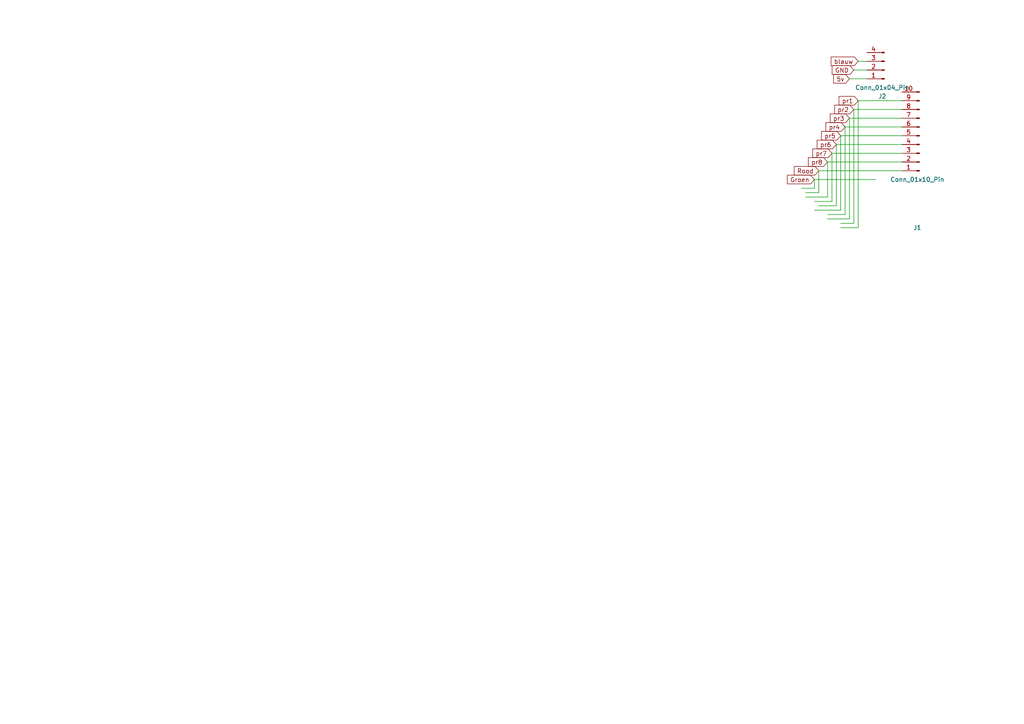
<source format=kicad_sch>
(kicad_sch
	(version 20231120)
	(generator "eeschema")
	(generator_version "8.0")
	(uuid "ebdfeadc-0cb5-437f-902a-83bcc6a66eb3")
	(paper "A4")
	(lib_symbols
		(symbol "Connector:Conn_01x04_Pin"
			(pin_names
				(offset 1.016) hide)
			(exclude_from_sim no)
			(in_bom yes)
			(on_board yes)
			(property "Reference" "J"
				(at 0 5.08 0)
				(effects
					(font
						(size 1.27 1.27)
					)
				)
			)
			(property "Value" "Conn_01x04_Pin"
				(at 0 -7.62 0)
				(effects
					(font
						(size 1.27 1.27)
					)
				)
			)
			(property "Footprint" ""
				(at 0 0 0)
				(effects
					(font
						(size 1.27 1.27)
					)
					(hide yes)
				)
			)
			(property "Datasheet" "~"
				(at 0 0 0)
				(effects
					(font
						(size 1.27 1.27)
					)
					(hide yes)
				)
			)
			(property "Description" "Generic connector, single row, 01x04, script generated"
				(at 0 0 0)
				(effects
					(font
						(size 1.27 1.27)
					)
					(hide yes)
				)
			)
			(property "ki_locked" ""
				(at 0 0 0)
				(effects
					(font
						(size 1.27 1.27)
					)
				)
			)
			(property "ki_keywords" "connector"
				(at 0 0 0)
				(effects
					(font
						(size 1.27 1.27)
					)
					(hide yes)
				)
			)
			(property "ki_fp_filters" "Connector*:*_1x??_*"
				(at 0 0 0)
				(effects
					(font
						(size 1.27 1.27)
					)
					(hide yes)
				)
			)
			(symbol "Conn_01x04_Pin_1_1"
				(polyline
					(pts
						(xy 1.27 -5.08) (xy 0.8636 -5.08)
					)
					(stroke
						(width 0.1524)
						(type default)
					)
					(fill
						(type none)
					)
				)
				(polyline
					(pts
						(xy 1.27 -2.54) (xy 0.8636 -2.54)
					)
					(stroke
						(width 0.1524)
						(type default)
					)
					(fill
						(type none)
					)
				)
				(polyline
					(pts
						(xy 1.27 0) (xy 0.8636 0)
					)
					(stroke
						(width 0.1524)
						(type default)
					)
					(fill
						(type none)
					)
				)
				(polyline
					(pts
						(xy 1.27 2.54) (xy 0.8636 2.54)
					)
					(stroke
						(width 0.1524)
						(type default)
					)
					(fill
						(type none)
					)
				)
				(rectangle
					(start 0.8636 -4.953)
					(end 0 -5.207)
					(stroke
						(width 0.1524)
						(type default)
					)
					(fill
						(type outline)
					)
				)
				(rectangle
					(start 0.8636 -2.413)
					(end 0 -2.667)
					(stroke
						(width 0.1524)
						(type default)
					)
					(fill
						(type outline)
					)
				)
				(rectangle
					(start 0.8636 0.127)
					(end 0 -0.127)
					(stroke
						(width 0.1524)
						(type default)
					)
					(fill
						(type outline)
					)
				)
				(rectangle
					(start 0.8636 2.667)
					(end 0 2.413)
					(stroke
						(width 0.1524)
						(type default)
					)
					(fill
						(type outline)
					)
				)
				(pin passive line
					(at 5.08 2.54 180)
					(length 3.81)
					(name "Pin_1"
						(effects
							(font
								(size 1.27 1.27)
							)
						)
					)
					(number "1"
						(effects
							(font
								(size 1.27 1.27)
							)
						)
					)
				)
				(pin passive line
					(at 5.08 0 180)
					(length 3.81)
					(name "Pin_2"
						(effects
							(font
								(size 1.27 1.27)
							)
						)
					)
					(number "2"
						(effects
							(font
								(size 1.27 1.27)
							)
						)
					)
				)
				(pin passive line
					(at 5.08 -2.54 180)
					(length 3.81)
					(name "Pin_3"
						(effects
							(font
								(size 1.27 1.27)
							)
						)
					)
					(number "3"
						(effects
							(font
								(size 1.27 1.27)
							)
						)
					)
				)
				(pin passive line
					(at 5.08 -5.08 180)
					(length 3.81)
					(name "Pin_4"
						(effects
							(font
								(size 1.27 1.27)
							)
						)
					)
					(number "4"
						(effects
							(font
								(size 1.27 1.27)
							)
						)
					)
				)
			)
		)
		(symbol "Connector:Conn_01x10_Pin"
			(pin_names
				(offset 1.016) hide)
			(exclude_from_sim no)
			(in_bom yes)
			(on_board yes)
			(property "Reference" "J"
				(at 0 12.7 0)
				(effects
					(font
						(size 1.27 1.27)
					)
				)
			)
			(property "Value" "Conn_01x10_Pin"
				(at 0 -15.24 0)
				(effects
					(font
						(size 1.27 1.27)
					)
				)
			)
			(property "Footprint" ""
				(at 0 0 0)
				(effects
					(font
						(size 1.27 1.27)
					)
					(hide yes)
				)
			)
			(property "Datasheet" "~"
				(at 0 0 0)
				(effects
					(font
						(size 1.27 1.27)
					)
					(hide yes)
				)
			)
			(property "Description" "Generic connector, single row, 01x10, script generated"
				(at 0 0 0)
				(effects
					(font
						(size 1.27 1.27)
					)
					(hide yes)
				)
			)
			(property "ki_locked" ""
				(at 0 0 0)
				(effects
					(font
						(size 1.27 1.27)
					)
				)
			)
			(property "ki_keywords" "connector"
				(at 0 0 0)
				(effects
					(font
						(size 1.27 1.27)
					)
					(hide yes)
				)
			)
			(property "ki_fp_filters" "Connector*:*_1x??_*"
				(at 0 0 0)
				(effects
					(font
						(size 1.27 1.27)
					)
					(hide yes)
				)
			)
			(symbol "Conn_01x10_Pin_1_1"
				(polyline
					(pts
						(xy 1.27 -12.7) (xy 0.8636 -12.7)
					)
					(stroke
						(width 0.1524)
						(type default)
					)
					(fill
						(type none)
					)
				)
				(polyline
					(pts
						(xy 1.27 -10.16) (xy 0.8636 -10.16)
					)
					(stroke
						(width 0.1524)
						(type default)
					)
					(fill
						(type none)
					)
				)
				(polyline
					(pts
						(xy 1.27 -7.62) (xy 0.8636 -7.62)
					)
					(stroke
						(width 0.1524)
						(type default)
					)
					(fill
						(type none)
					)
				)
				(polyline
					(pts
						(xy 1.27 -5.08) (xy 0.8636 -5.08)
					)
					(stroke
						(width 0.1524)
						(type default)
					)
					(fill
						(type none)
					)
				)
				(polyline
					(pts
						(xy 1.27 -2.54) (xy 0.8636 -2.54)
					)
					(stroke
						(width 0.1524)
						(type default)
					)
					(fill
						(type none)
					)
				)
				(polyline
					(pts
						(xy 1.27 0) (xy 0.8636 0)
					)
					(stroke
						(width 0.1524)
						(type default)
					)
					(fill
						(type none)
					)
				)
				(polyline
					(pts
						(xy 1.27 2.54) (xy 0.8636 2.54)
					)
					(stroke
						(width 0.1524)
						(type default)
					)
					(fill
						(type none)
					)
				)
				(polyline
					(pts
						(xy 1.27 5.08) (xy 0.8636 5.08)
					)
					(stroke
						(width 0.1524)
						(type default)
					)
					(fill
						(type none)
					)
				)
				(polyline
					(pts
						(xy 1.27 7.62) (xy 0.8636 7.62)
					)
					(stroke
						(width 0.1524)
						(type default)
					)
					(fill
						(type none)
					)
				)
				(polyline
					(pts
						(xy 1.27 10.16) (xy 0.8636 10.16)
					)
					(stroke
						(width 0.1524)
						(type default)
					)
					(fill
						(type none)
					)
				)
				(rectangle
					(start 0.8636 -12.573)
					(end 0 -12.827)
					(stroke
						(width 0.1524)
						(type default)
					)
					(fill
						(type outline)
					)
				)
				(rectangle
					(start 0.8636 -10.033)
					(end 0 -10.287)
					(stroke
						(width 0.1524)
						(type default)
					)
					(fill
						(type outline)
					)
				)
				(rectangle
					(start 0.8636 -7.493)
					(end 0 -7.747)
					(stroke
						(width 0.1524)
						(type default)
					)
					(fill
						(type outline)
					)
				)
				(rectangle
					(start 0.8636 -4.953)
					(end 0 -5.207)
					(stroke
						(width 0.1524)
						(type default)
					)
					(fill
						(type outline)
					)
				)
				(rectangle
					(start 0.8636 -2.413)
					(end 0 -2.667)
					(stroke
						(width 0.1524)
						(type default)
					)
					(fill
						(type outline)
					)
				)
				(rectangle
					(start 0.8636 0.127)
					(end 0 -0.127)
					(stroke
						(width 0.1524)
						(type default)
					)
					(fill
						(type outline)
					)
				)
				(rectangle
					(start 0.8636 2.667)
					(end 0 2.413)
					(stroke
						(width 0.1524)
						(type default)
					)
					(fill
						(type outline)
					)
				)
				(rectangle
					(start 0.8636 5.207)
					(end 0 4.953)
					(stroke
						(width 0.1524)
						(type default)
					)
					(fill
						(type outline)
					)
				)
				(rectangle
					(start 0.8636 7.747)
					(end 0 7.493)
					(stroke
						(width 0.1524)
						(type default)
					)
					(fill
						(type outline)
					)
				)
				(rectangle
					(start 0.8636 10.287)
					(end 0 10.033)
					(stroke
						(width 0.1524)
						(type default)
					)
					(fill
						(type outline)
					)
				)
				(pin passive line
					(at 5.08 10.16 180)
					(length 3.81)
					(name "Pin_1"
						(effects
							(font
								(size 1.27 1.27)
							)
						)
					)
					(number "1"
						(effects
							(font
								(size 1.27 1.27)
							)
						)
					)
				)
				(pin passive line
					(at 5.08 -12.7 180)
					(length 3.81)
					(name "Pin_10"
						(effects
							(font
								(size 1.27 1.27)
							)
						)
					)
					(number "10"
						(effects
							(font
								(size 1.27 1.27)
							)
						)
					)
				)
				(pin passive line
					(at 5.08 7.62 180)
					(length 3.81)
					(name "Pin_2"
						(effects
							(font
								(size 1.27 1.27)
							)
						)
					)
					(number "2"
						(effects
							(font
								(size 1.27 1.27)
							)
						)
					)
				)
				(pin passive line
					(at 5.08 5.08 180)
					(length 3.81)
					(name "Pin_3"
						(effects
							(font
								(size 1.27 1.27)
							)
						)
					)
					(number "3"
						(effects
							(font
								(size 1.27 1.27)
							)
						)
					)
				)
				(pin passive line
					(at 5.08 2.54 180)
					(length 3.81)
					(name "Pin_4"
						(effects
							(font
								(size 1.27 1.27)
							)
						)
					)
					(number "4"
						(effects
							(font
								(size 1.27 1.27)
							)
						)
					)
				)
				(pin passive line
					(at 5.08 0 180)
					(length 3.81)
					(name "Pin_5"
						(effects
							(font
								(size 1.27 1.27)
							)
						)
					)
					(number "5"
						(effects
							(font
								(size 1.27 1.27)
							)
						)
					)
				)
				(pin passive line
					(at 5.08 -2.54 180)
					(length 3.81)
					(name "Pin_6"
						(effects
							(font
								(size 1.27 1.27)
							)
						)
					)
					(number "6"
						(effects
							(font
								(size 1.27 1.27)
							)
						)
					)
				)
				(pin passive line
					(at 5.08 -5.08 180)
					(length 3.81)
					(name "Pin_7"
						(effects
							(font
								(size 1.27 1.27)
							)
						)
					)
					(number "7"
						(effects
							(font
								(size 1.27 1.27)
							)
						)
					)
				)
				(pin passive line
					(at 5.08 -7.62 180)
					(length 3.81)
					(name "Pin_8"
						(effects
							(font
								(size 1.27 1.27)
							)
						)
					)
					(number "8"
						(effects
							(font
								(size 1.27 1.27)
							)
						)
					)
				)
				(pin passive line
					(at 5.08 -10.16 180)
					(length 3.81)
					(name "Pin_9"
						(effects
							(font
								(size 1.27 1.27)
							)
						)
					)
					(number "9"
						(effects
							(font
								(size 1.27 1.27)
							)
						)
					)
				)
			)
		)
	)
	(wire
		(pts
			(xy 243.84 66.04) (xy 248.92 66.04)
		)
		(stroke
			(width 0)
			(type default)
		)
		(uuid "01773f3a-b11e-4cbd-88e9-40d458a2df27")
	)
	(wire
		(pts
			(xy 237.49 49.53) (xy 237.49 55.88)
		)
		(stroke
			(width 0)
			(type default)
		)
		(uuid "05b97568-420c-4d31-a8cc-65075cb87fb8")
	)
	(wire
		(pts
			(xy 243.84 39.37) (xy 261.62 39.37)
		)
		(stroke
			(width 0)
			(type default)
		)
		(uuid "1fdbe7e7-3177-4821-bbed-7e257cffd0f3")
	)
	(wire
		(pts
			(xy 243.84 39.37) (xy 243.84 60.96)
		)
		(stroke
			(width 0)
			(type default)
		)
		(uuid "203f7f97-a770-4ede-a81c-08fd31513164")
	)
	(wire
		(pts
			(xy 240.03 46.99) (xy 261.62 46.99)
		)
		(stroke
			(width 0)
			(type default)
		)
		(uuid "23b2c7d9-2be7-40c8-a08b-807aafa2392a")
	)
	(wire
		(pts
			(xy 240.03 63.5) (xy 246.38 63.5)
		)
		(stroke
			(width 0)
			(type default)
		)
		(uuid "2c77f2c0-5b44-4943-8045-dc6bb7071bbd")
	)
	(wire
		(pts
			(xy 242.57 41.91) (xy 242.57 59.69)
		)
		(stroke
			(width 0)
			(type default)
		)
		(uuid "331de6a6-690e-4e10-a89f-df9aced296b4")
	)
	(wire
		(pts
			(xy 246.38 22.86) (xy 251.46 22.86)
		)
		(stroke
			(width 0)
			(type default)
		)
		(uuid "3b47f9ec-cdce-4fe2-8412-0e287e6e769f")
	)
	(wire
		(pts
			(xy 240.03 46.99) (xy 240.03 57.15)
		)
		(stroke
			(width 0)
			(type default)
		)
		(uuid "3f80ad29-89f9-47c0-b4c5-4b20e8b636b3")
	)
	(wire
		(pts
			(xy 232.41 54.61) (xy 236.22 54.61)
		)
		(stroke
			(width 0)
			(type default)
		)
		(uuid "49e75be2-b49c-4ab0-b5e5-67b63a89ca19")
	)
	(wire
		(pts
			(xy 248.92 29.21) (xy 248.92 66.04)
		)
		(stroke
			(width 0)
			(type default)
		)
		(uuid "4d741f5a-657f-4ad0-a15c-7086cd63a6f0")
	)
	(wire
		(pts
			(xy 245.11 36.83) (xy 245.11 62.23)
		)
		(stroke
			(width 0)
			(type default)
		)
		(uuid "5966f2d8-17ee-462f-a8f1-1a38d7946b8a")
	)
	(wire
		(pts
			(xy 233.68 57.15) (xy 240.03 57.15)
		)
		(stroke
			(width 0)
			(type default)
		)
		(uuid "5a185fd3-a917-4c9b-bbd2-67f770933431")
	)
	(wire
		(pts
			(xy 243.84 64.77) (xy 247.65 64.77)
		)
		(stroke
			(width 0)
			(type default)
		)
		(uuid "5e83d8fe-483e-45f3-aa64-d8c4ef528001")
	)
	(wire
		(pts
			(xy 247.65 20.32) (xy 251.46 20.32)
		)
		(stroke
			(width 0)
			(type default)
		)
		(uuid "5f2b8234-5169-4b45-8c56-8fd33e62d245")
	)
	(wire
		(pts
			(xy 236.22 52.07) (xy 236.22 54.61)
		)
		(stroke
			(width 0)
			(type default)
		)
		(uuid "69db91b0-214c-4b14-a279-025a63501e5a")
	)
	(wire
		(pts
			(xy 246.38 34.29) (xy 246.38 63.5)
		)
		(stroke
			(width 0)
			(type default)
		)
		(uuid "6b88e95f-835c-44dc-a079-e399c19482ce")
	)
	(wire
		(pts
			(xy 237.49 59.69) (xy 242.57 59.69)
		)
		(stroke
			(width 0)
			(type default)
		)
		(uuid "7358df09-db97-4638-81e4-89cc6e16c88a")
	)
	(wire
		(pts
			(xy 241.3 44.45) (xy 241.3 58.42)
		)
		(stroke
			(width 0)
			(type default)
		)
		(uuid "76a20d6d-f698-4097-a073-840289d8504b")
	)
	(wire
		(pts
			(xy 247.65 31.75) (xy 247.65 64.77)
		)
		(stroke
			(width 0)
			(type default)
		)
		(uuid "795dffef-82f1-4850-be25-b27a4ba3e526")
	)
	(wire
		(pts
			(xy 242.57 41.91) (xy 261.62 41.91)
		)
		(stroke
			(width 0)
			(type default)
		)
		(uuid "8d11be42-4f27-456e-aa1d-8dd4f6d93135")
	)
	(wire
		(pts
			(xy 236.22 52.07) (xy 254 52.07)
		)
		(stroke
			(width 0)
			(type default)
		)
		(uuid "8d7bc26c-788a-4900-903d-8dd0e87bd928")
	)
	(wire
		(pts
			(xy 236.22 60.96) (xy 243.84 60.96)
		)
		(stroke
			(width 0)
			(type default)
		)
		(uuid "9a54179a-d00c-4e65-9b7c-d322a0c5fd84")
	)
	(wire
		(pts
			(xy 248.92 17.78) (xy 251.46 17.78)
		)
		(stroke
			(width 0)
			(type default)
		)
		(uuid "a61f70f2-5452-42e4-b955-7ec483d0673d")
	)
	(wire
		(pts
			(xy 246.38 34.29) (xy 261.62 34.29)
		)
		(stroke
			(width 0)
			(type default)
		)
		(uuid "ace9e798-bec9-4415-b60e-63392c0210ee")
	)
	(wire
		(pts
			(xy 240.03 62.23) (xy 245.11 62.23)
		)
		(stroke
			(width 0)
			(type default)
		)
		(uuid "b36acdbe-7088-4493-9fc0-5f938e126a3e")
	)
	(wire
		(pts
			(xy 233.68 55.88) (xy 237.49 55.88)
		)
		(stroke
			(width 0)
			(type default)
		)
		(uuid "c7d3deb4-7948-4ef3-ae9a-0a5fb123f627")
	)
	(wire
		(pts
			(xy 245.11 36.83) (xy 261.62 36.83)
		)
		(stroke
			(width 0)
			(type default)
		)
		(uuid "cfe13ce2-9713-4568-9fc1-da003d5c1ae6")
	)
	(wire
		(pts
			(xy 248.92 29.21) (xy 261.62 29.21)
		)
		(stroke
			(width 0)
			(type default)
		)
		(uuid "d906a7b8-d04c-4d12-8a61-49856d30e2b1")
	)
	(wire
		(pts
			(xy 236.22 58.42) (xy 241.3 58.42)
		)
		(stroke
			(width 0)
			(type default)
		)
		(uuid "db6a0e5b-45db-4154-8fc2-12eacbab3df5")
	)
	(wire
		(pts
			(xy 247.65 31.75) (xy 261.62 31.75)
		)
		(stroke
			(width 0)
			(type default)
		)
		(uuid "e4646584-9354-4bfa-8456-abe9e96880c0")
	)
	(wire
		(pts
			(xy 241.3 44.45) (xy 261.62 44.45)
		)
		(stroke
			(width 0)
			(type default)
		)
		(uuid "eb001a60-d523-4946-bfa0-f8642e722cb7")
	)
	(wire
		(pts
			(xy 237.49 49.53) (xy 261.62 49.53)
		)
		(stroke
			(width 0)
			(type default)
		)
		(uuid "fd515b7b-af54-4cb5-8133-8c0109edf0f7")
	)
	(global_label "pr8"
		(shape input)
		(at 240.03 46.99 180)
		(fields_autoplaced yes)
		(effects
			(font
				(size 1.27 1.27)
			)
			(justify right)
		)
		(uuid "08c90807-d5a9-4b79-b54f-2f6994383b46")
		(property "Intersheetrefs" "${INTERSHEET_REFS}"
			(at 233.9001 46.99 0)
			(effects
				(font
					(size 1.27 1.27)
				)
				(justify right)
				(hide yes)
			)
		)
	)
	(global_label "pr2"
		(shape input)
		(at 247.65 31.75 180)
		(fields_autoplaced yes)
		(effects
			(font
				(size 1.27 1.27)
			)
			(justify right)
		)
		(uuid "0ecd8aeb-fa46-49db-8ae8-440e45b2e741")
		(property "Intersheetrefs" "${INTERSHEET_REFS}"
			(at 241.5201 31.75 0)
			(effects
				(font
					(size 1.27 1.27)
				)
				(justify right)
				(hide yes)
			)
		)
	)
	(global_label "pr7"
		(shape input)
		(at 241.3 44.45 180)
		(fields_autoplaced yes)
		(effects
			(font
				(size 1.27 1.27)
			)
			(justify right)
		)
		(uuid "1d2d9be1-fb07-4cc9-aabe-e23ea82aa176")
		(property "Intersheetrefs" "${INTERSHEET_REFS}"
			(at 235.1701 44.45 0)
			(effects
				(font
					(size 1.27 1.27)
				)
				(justify right)
				(hide yes)
			)
		)
	)
	(global_label "pr3"
		(shape input)
		(at 246.38 34.29 180)
		(fields_autoplaced yes)
		(effects
			(font
				(size 1.27 1.27)
			)
			(justify right)
		)
		(uuid "3c100cf2-8885-4901-a365-823814c67957")
		(property "Intersheetrefs" "${INTERSHEET_REFS}"
			(at 240.2501 34.29 0)
			(effects
				(font
					(size 1.27 1.27)
				)
				(justify right)
				(hide yes)
			)
		)
	)
	(global_label "blauw"
		(shape input)
		(at 248.92 17.78 180)
		(fields_autoplaced yes)
		(effects
			(font
				(size 1.27 1.27)
			)
			(justify right)
		)
		(uuid "80b1a103-91a7-4023-8517-9fa9fef8307d")
		(property "Intersheetrefs" "${INTERSHEET_REFS}"
			(at 240.4921 17.78 0)
			(effects
				(font
					(size 1.27 1.27)
				)
				(justify right)
				(hide yes)
			)
		)
	)
	(global_label "pr5"
		(shape input)
		(at 243.84 39.37 180)
		(fields_autoplaced yes)
		(effects
			(font
				(size 1.27 1.27)
			)
			(justify right)
		)
		(uuid "8fac2edc-0b39-4ed2-a06f-f6104735bd92")
		(property "Intersheetrefs" "${INTERSHEET_REFS}"
			(at 237.7101 39.37 0)
			(effects
				(font
					(size 1.27 1.27)
				)
				(justify right)
				(hide yes)
			)
		)
	)
	(global_label "pr6"
		(shape input)
		(at 242.57 41.91 180)
		(fields_autoplaced yes)
		(effects
			(font
				(size 1.27 1.27)
			)
			(justify right)
		)
		(uuid "91e9001f-7c3a-43e5-863a-d23043db7865")
		(property "Intersheetrefs" "${INTERSHEET_REFS}"
			(at 236.4401 41.91 0)
			(effects
				(font
					(size 1.27 1.27)
				)
				(justify right)
				(hide yes)
			)
		)
	)
	(global_label "5v"
		(shape input)
		(at 246.38 22.86 180)
		(fields_autoplaced yes)
		(effects
			(font
				(size 1.27 1.27)
			)
			(justify right)
		)
		(uuid "a0d02037-2ea3-4e6f-8179-081dd1c25a90")
		(property "Intersheetrefs" "${INTERSHEET_REFS}"
			(at 241.2177 22.86 0)
			(effects
				(font
					(size 1.27 1.27)
				)
				(justify right)
				(hide yes)
			)
		)
	)
	(global_label "Groen"
		(shape input)
		(at 236.22 52.07 180)
		(fields_autoplaced yes)
		(effects
			(font
				(size 1.27 1.27)
			)
			(justify right)
		)
		(uuid "af979320-bdcf-424a-977a-081f2eb790a0")
		(property "Intersheetrefs" "${INTERSHEET_REFS}"
			(at 227.792 52.07 0)
			(effects
				(font
					(size 1.27 1.27)
				)
				(justify right)
				(hide yes)
			)
		)
	)
	(global_label "pr4"
		(shape input)
		(at 245.11 36.83 180)
		(fields_autoplaced yes)
		(effects
			(font
				(size 1.27 1.27)
			)
			(justify right)
		)
		(uuid "cbc8a6c0-f959-4ac5-9624-d55c730e7d37")
		(property "Intersheetrefs" "${INTERSHEET_REFS}"
			(at 238.9801 36.83 0)
			(effects
				(font
					(size 1.27 1.27)
				)
				(justify right)
				(hide yes)
			)
		)
	)
	(global_label "Rood"
		(shape input)
		(at 237.49 49.53 180)
		(fields_autoplaced yes)
		(effects
			(font
				(size 1.27 1.27)
			)
			(justify right)
		)
		(uuid "d954b6af-1454-4e8c-ab92-bc22772400d5")
		(property "Intersheetrefs" "${INTERSHEET_REFS}"
			(at 229.7878 49.53 0)
			(effects
				(font
					(size 1.27 1.27)
				)
				(justify right)
				(hide yes)
			)
		)
	)
	(global_label "pr1"
		(shape input)
		(at 248.92 29.21 180)
		(fields_autoplaced yes)
		(effects
			(font
				(size 1.27 1.27)
			)
			(justify right)
		)
		(uuid "e4791958-775f-45ce-9741-54ce17494856")
		(property "Intersheetrefs" "${INTERSHEET_REFS}"
			(at 242.7901 29.21 0)
			(effects
				(font
					(size 1.27 1.27)
				)
				(justify right)
				(hide yes)
			)
		)
	)
	(global_label "GND"
		(shape input)
		(at 247.65 20.32 180)
		(fields_autoplaced yes)
		(effects
			(font
				(size 1.27 1.27)
			)
			(justify right)
		)
		(uuid "ff850260-6a86-4c4a-aeaa-d14044db846c")
		(property "Intersheetrefs" "${INTERSHEET_REFS}"
			(at 240.7943 20.32 0)
			(effects
				(font
					(size 1.27 1.27)
				)
				(justify right)
				(hide yes)
			)
		)
	)
	(symbol
		(lib_id "Connector:Conn_01x04_Pin")
		(at 256.54 20.32 180)
		(unit 1)
		(exclude_from_sim no)
		(in_bom yes)
		(on_board yes)
		(dnp no)
		(fields_autoplaced yes)
		(uuid "b8ef451b-812e-485c-9a4c-d5ddde68f845")
		(property "Reference" "J2"
			(at 255.905 27.94 0)
			(effects
				(font
					(size 1.27 1.27)
				)
			)
		)
		(property "Value" "Conn_01x04_Pin"
			(at 255.905 25.4 0)
			(effects
				(font
					(size 1.27 1.27)
				)
			)
		)
		(property "Footprint" ""
			(at 256.54 20.32 0)
			(effects
				(font
					(size 1.27 1.27)
				)
				(hide yes)
			)
		)
		(property "Datasheet" "~"
			(at 256.54 20.32 0)
			(effects
				(font
					(size 1.27 1.27)
				)
				(hide yes)
			)
		)
		(property "Description" "Generic connector, single row, 01x04, script generated"
			(at 256.54 20.32 0)
			(effects
				(font
					(size 1.27 1.27)
				)
				(hide yes)
			)
		)
		(pin "1"
			(uuid "def7be4f-77ae-4e49-a47d-25155c42fe35")
		)
		(pin "3"
			(uuid "daae6a47-2c5a-4946-83c0-7275a964170b")
		)
		(pin "4"
			(uuid "d2a19151-8421-441e-a3f5-c1fc9852788e")
		)
		(pin "2"
			(uuid "931fac5f-d044-4554-9338-3cf727ba8ef9")
		)
		(instances
			(project ""
				(path "/ebdfeadc-0cb5-437f-902a-83bcc6a66eb3"
					(reference "J2")
					(unit 1)
				)
			)
		)
	)
	(symbol
		(lib_id "Connector:Conn_01x10_Pin")
		(at 266.7 39.37 180)
		(unit 1)
		(exclude_from_sim no)
		(in_bom yes)
		(on_board yes)
		(dnp no)
		(uuid "f31f9514-ad7a-4176-94e7-d5a18eb837e2")
		(property "Reference" "J1"
			(at 266.065 66.04 0)
			(effects
				(font
					(size 1.27 1.27)
				)
			)
		)
		(property "Value" "Conn_01x10_Pin"
			(at 266.065 52.07 0)
			(effects
				(font
					(size 1.27 1.27)
				)
			)
		)
		(property "Footprint" ""
			(at 266.7 39.37 0)
			(effects
				(font
					(size 1.27 1.27)
				)
				(hide yes)
			)
		)
		(property "Datasheet" "~"
			(at 266.7 39.37 0)
			(effects
				(font
					(size 1.27 1.27)
				)
				(hide yes)
			)
		)
		(property "Description" "Generic connector, single row, 01x10, script generated"
			(at 266.7 39.37 0)
			(effects
				(font
					(size 1.27 1.27)
				)
				(hide yes)
			)
		)
		(pin "2"
			(uuid "8ab4d613-85bd-4c50-8232-19198cf89536")
		)
		(pin "5"
			(uuid "e3548716-9bab-4ebc-90b1-23abaf4cd436")
		)
		(pin "1"
			(uuid "79cd5440-77e7-41c6-a5a9-ac53708a81c3")
		)
		(pin "3"
			(uuid "853eccec-52e0-4ca7-ad11-ef1067e83891")
		)
		(pin "6"
			(uuid "6472f53e-5bf4-4d46-99d1-436872d80b73")
		)
		(pin "7"
			(uuid "921e036c-60e9-4b04-aab3-b15ed6c2cc54")
		)
		(pin "10"
			(uuid "f10a723d-0998-4d14-944d-f6e69667fc0a")
		)
		(pin "9"
			(uuid "244672d5-c965-4874-9778-5eab66c67423")
		)
		(pin "8"
			(uuid "d741b39f-35a5-4a05-9088-82485832249a")
		)
		(pin "4"
			(uuid "97d0e8f0-4afa-4ac9-95d1-aab3b87af367")
		)
		(instances
			(project ""
				(path "/ebdfeadc-0cb5-437f-902a-83bcc6a66eb3"
					(reference "J1")
					(unit 1)
				)
			)
		)
	)
	(sheet_instances
		(path "/"
			(page "1")
		)
	)
)

</source>
